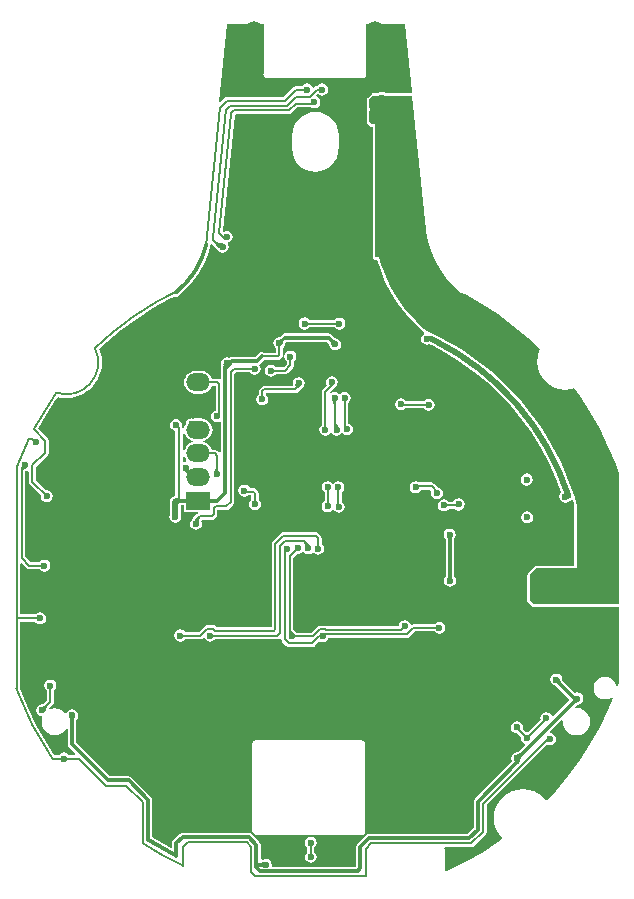
<source format=gbl>
%FSLAX25Y25*%
%MOIN*%
G70*
G01*
G75*
G04 Layer_Physical_Order=5*
G04 Layer_Color=16711680*
%ADD10C,0.00787*%
%ADD11C,0.01181*%
%ADD12C,0.01969*%
%ADD13R,0.01969X0.03937*%
G04:AMPARAMS|DCode=14|XSize=19.69mil|YSize=39.37mil|CornerRadius=0mil|HoleSize=0mil|Usage=FLASHONLY|Rotation=315.000|XOffset=0mil|YOffset=0mil|HoleType=Round|Shape=Rectangle|*
%AMROTATEDRECTD14*
4,1,4,-0.02088,-0.00696,0.00696,0.02088,0.02088,0.00696,-0.00696,-0.02088,-0.02088,-0.00696,0.0*
%
%ADD14ROTATEDRECTD14*%

G04:AMPARAMS|DCode=15|XSize=19.69mil|YSize=39.37mil|CornerRadius=0mil|HoleSize=0mil|Usage=FLASHONLY|Rotation=225.000|XOffset=0mil|YOffset=0mil|HoleType=Round|Shape=Rectangle|*
%AMROTATEDRECTD15*
4,1,4,-0.00696,0.02088,0.02088,-0.00696,0.00696,-0.02088,-0.02088,0.00696,-0.00696,0.02088,0.0*
%
%ADD15ROTATEDRECTD15*%

%ADD16R,0.03937X0.04724*%
G04:AMPARAMS|DCode=17|XSize=23.62mil|YSize=35.43mil|CornerRadius=0mil|HoleSize=0mil|Usage=FLASHONLY|Rotation=45.000|XOffset=0mil|YOffset=0mil|HoleType=Round|Shape=Rectangle|*
%AMROTATEDRECTD17*
4,1,4,0.00418,-0.02088,-0.02088,0.00418,-0.00418,0.02088,0.02088,-0.00418,0.00418,-0.02088,0.0*
%
%ADD17ROTATEDRECTD17*%

G04:AMPARAMS|DCode=18|XSize=23.62mil|YSize=35.43mil|CornerRadius=0mil|HoleSize=0mil|Usage=FLASHONLY|Rotation=315.000|XOffset=0mil|YOffset=0mil|HoleType=Round|Shape=Rectangle|*
%AMROTATEDRECTD18*
4,1,4,-0.02088,-0.00418,0.00418,0.02088,0.02088,0.00418,-0.00418,-0.02088,-0.02088,-0.00418,0.0*
%
%ADD18ROTATEDRECTD18*%

%ADD19R,0.03150X0.05118*%
%ADD20R,0.04724X0.03543*%
%ADD21R,0.01969X0.02362*%
%ADD22R,0.02362X0.01969*%
%ADD23R,0.02362X0.03543*%
%ADD24R,0.03937X0.02756*%
%ADD25R,0.02756X0.04921*%
%ADD26O,0.02362X0.05512*%
%ADD27R,0.02362X0.05512*%
%ADD28O,0.02362X0.07874*%
%ADD29R,0.01575X0.03937*%
%ADD30R,0.03937X0.03543*%
%ADD31R,0.01969X0.01575*%
%ADD32O,0.07480X0.12992*%
%ADD33R,0.02362X0.07874*%
%ADD34R,0.03150X0.07874*%
%ADD35R,0.01575X0.04724*%
%ADD36R,0.03543X0.03937*%
%ADD37R,0.06693X0.03543*%
%ADD38R,0.03543X0.02362*%
%ADD39R,0.04921X0.02756*%
%ADD40O,0.15748X0.11811*%
%ADD41O,0.07874X0.11811*%
%ADD42C,0.07874*%
%ADD43C,0.05906*%
%ADD44C,0.11811*%
%ADD45C,0.03937*%
%ADD46C,0.04724*%
%ADD47R,0.24200X0.17200*%
%ADD48R,0.05300X0.03507*%
%ADD49R,0.15182X0.11426*%
%ADD50R,0.14567X0.16142*%
%ADD51R,0.05512X0.13780*%
%ADD52R,0.08661X0.14173*%
%ADD53R,0.05906X0.13780*%
%ADD54R,0.19291X0.03830*%
%ADD55R,0.06400X0.17200*%
%ADD56R,0.29300X0.12570*%
%ADD57R,0.09645X0.14900*%
%ADD58O,0.05906X0.07874*%
%ADD59C,0.02362*%
%ADD60C,0.09843*%
%ADD61O,0.07874X0.05906*%
%ADD62R,0.07874X0.05906*%
%ADD63R,0.10581X0.53500*%
%ADD64R,0.07500X0.30800*%
G36*
X19300Y160800D02*
X32172D01*
X36867Y115952D01*
X36879Y115914D01*
X36879Y115914D01*
X36901Y115800D01*
X36869Y115757D01*
X36869D01*
X36869Y115757D01*
X36872Y115712D01*
X36872Y115712D01*
X37441Y112361D01*
D01*
Y112361D01*
Y112361D01*
X38382Y109096D01*
X39682Y105956D01*
X41326Y102981D01*
X43293Y100210D01*
X45557Y97676D01*
X48092Y95411D01*
X48131Y95384D01*
X48156Y95415D01*
X48478Y95199D01*
X48649Y95165D01*
X49690Y94658D01*
X55314Y91487D01*
X60736Y87981D01*
X65937Y84154D01*
X70897Y80021D01*
X74904Y76248D01*
X74606Y75690D01*
X74077Y73946D01*
X73898Y72133D01*
X74077Y70319D01*
X74606Y68575D01*
X75465Y66968D01*
X76621Y65559D01*
X78030Y64403D01*
X79637Y63543D01*
X81381Y63014D01*
X83195Y62836D01*
X85009Y63014D01*
X86069Y63336D01*
X87984Y60733D01*
X91490Y55311D01*
X94662Y49687D01*
X97488Y43882D01*
X99959Y37917D01*
X100962Y35010D01*
X100962D01*
X100963Y35010D01*
Y-8437D01*
X100700Y-8700D01*
X72700D01*
X71300Y-7300D01*
X71400Y-7200D01*
Y-7100D01*
Y1200D01*
X73600Y3400D01*
X90500D01*
X91100Y4000D01*
X89800Y15500D01*
X87700Y25000D01*
X82000Y39800D01*
X73400Y54300D01*
X66900Y63000D01*
X62600Y67000D01*
X50300Y77100D01*
X41100Y82000D01*
X35800Y85000D01*
X34100Y87000D01*
X26900Y95926D01*
X23200Y104800D01*
X21600Y111000D01*
X20200Y113500D01*
X20000Y134500D01*
X19777Y134723D01*
Y151300D01*
X18800D01*
X17800Y152300D01*
Y155713D01*
X18181Y156036D01*
X19000Y155900D01*
X17900Y157000D01*
Y158900D01*
Y159600D01*
X19200Y160900D01*
X19300Y160800D01*
D02*
G37*
G36*
X32049Y161974D02*
X31714Y161603D01*
X24621D01*
X24600Y161607D01*
X24579Y161603D01*
X23294D01*
X22768Y161954D01*
X22000Y162107D01*
X21232Y161954D01*
X20706Y161603D01*
X19565D01*
X19507Y161642D01*
X19200Y161703D01*
X18893Y161642D01*
X18632Y161468D01*
X18632Y161468D01*
X17332Y160168D01*
X17158Y159907D01*
X17097Y159600D01*
Y158900D01*
Y157000D01*
X17158Y156693D01*
X17160Y156690D01*
X17146Y156668D01*
X16993Y155900D01*
X17010Y155815D01*
X17000Y155779D01*
X17004Y155746D01*
X16997Y155713D01*
Y152300D01*
X17058Y151993D01*
X17232Y151732D01*
X17232Y151732D01*
X18232Y150732D01*
X18493Y150558D01*
X18800Y150497D01*
X18974D01*
Y134723D01*
X18974Y134723D01*
X19035Y134419D01*
Y114906D01*
X18969Y114407D01*
X19035Y113908D01*
Y113811D01*
X19097Y113337D01*
Y107000D01*
X19158Y106693D01*
X19332Y106432D01*
X19593Y106258D01*
X19900Y106197D01*
X20487D01*
X21623Y102594D01*
X23235Y98703D01*
X25180Y94968D01*
X27442Y91416D01*
X30006Y88075D01*
X32851Y84970D01*
X35715Y82345D01*
X35732Y82365D01*
X36169Y82030D01*
X36152Y81530D01*
X35687Y81219D01*
X35252Y80568D01*
X35099Y79800D01*
X35252Y79032D01*
X35687Y78381D01*
X36338Y77946D01*
X37106Y77793D01*
X37874Y77946D01*
X38022Y78045D01*
X38411Y77869D01*
X38613Y77760D01*
X38638Y77744D01*
X38742Y77674D01*
X38793Y77664D01*
X43420Y75191D01*
X48244Y72191D01*
X52862Y68882D01*
X57253Y65279D01*
X61399Y61396D01*
X65282Y57249D01*
X68886Y52858D01*
X72194Y48241D01*
X75194Y43417D01*
X77872Y38407D01*
X80216Y33233D01*
X81918Y28711D01*
X81781Y28619D01*
X81346Y27968D01*
X81193Y27200D01*
X81346Y26432D01*
X81781Y25781D01*
X82432Y25346D01*
X83200Y25193D01*
X83968Y25346D01*
X84619Y25781D01*
X84639Y25810D01*
X84908Y25864D01*
X85405Y26196D01*
X85876Y26028D01*
X86197Y24969D01*
Y4203D01*
X73600D01*
X73600Y4203D01*
X73293Y4142D01*
X73032Y3968D01*
X70832Y1768D01*
X70658Y1507D01*
X70597Y1200D01*
Y-6935D01*
X70558Y-6993D01*
X70497Y-7300D01*
X70558Y-7607D01*
X70732Y-7868D01*
X72132Y-9268D01*
X72393Y-9442D01*
X72700Y-9503D01*
X100700D01*
X100963Y-9719D01*
Y-35004D01*
X100952Y-35012D01*
X100952D01*
X100638Y-35924D01*
X100140Y-35874D01*
X100103Y-35594D01*
X99726Y-34684D01*
X99127Y-33903D01*
X98346Y-33303D01*
X97436Y-32926D01*
X96459Y-32798D01*
X95483Y-32926D01*
X94573Y-33303D01*
X93792Y-33903D01*
X93192Y-34684D01*
X92816Y-35594D01*
X92687Y-36570D01*
X92816Y-37547D01*
X93192Y-38456D01*
X93792Y-39238D01*
X94573Y-39837D01*
X95483Y-40214D01*
X96459Y-40343D01*
X97436Y-40214D01*
X98346Y-39837D01*
X98762Y-39518D01*
X99159Y-39822D01*
X97488Y-43855D01*
X94662Y-49660D01*
X91490Y-55284D01*
X87984Y-60706D01*
X84158Y-65907D01*
X80024Y-70867D01*
X77126Y-73945D01*
X76627Y-73928D01*
X75968Y-73126D01*
X74500Y-71921D01*
X72824Y-71025D01*
X71006Y-70473D01*
X69115Y-70287D01*
X67224Y-70473D01*
X65406Y-71025D01*
X63730Y-71921D01*
X62261Y-73126D01*
X61056Y-74595D01*
X60160Y-76270D01*
X59609Y-78088D01*
X59423Y-79979D01*
X59609Y-81870D01*
X60160Y-83688D01*
X61056Y-85364D01*
X62030Y-86551D01*
X61968Y-87048D01*
X60736Y-87954D01*
X55314Y-91460D01*
X49690Y-94632D01*
X43885Y-97458D01*
X43537Y-97602D01*
X43121Y-97325D01*
Y-90911D01*
X43014Y-90373D01*
X42795Y-90045D01*
X43031Y-89604D01*
X51900D01*
X51900Y-89604D01*
X52361Y-89513D01*
X52751Y-89252D01*
X56652Y-85352D01*
X56652Y-85352D01*
X56913Y-84961D01*
X57004Y-84500D01*
Y-75699D01*
X77282Y-55421D01*
X77332Y-55454D01*
X78100Y-55607D01*
X78868Y-55454D01*
X79519Y-55019D01*
X79954Y-54368D01*
X80107Y-53600D01*
X79954Y-52832D01*
X79519Y-52181D01*
X78868Y-51746D01*
X78281Y-51629D01*
X78136Y-51151D01*
X81932Y-47355D01*
X82381Y-47576D01*
X82348Y-47822D01*
X82504Y-49004D01*
X82960Y-50106D01*
X83686Y-51051D01*
X84632Y-51777D01*
X85733Y-52233D01*
X86915Y-52389D01*
X88097Y-52233D01*
X89198Y-51777D01*
X90144Y-51051D01*
X90870Y-50106D01*
X91326Y-49004D01*
X91482Y-47822D01*
X91326Y-46640D01*
X90870Y-45539D01*
X90144Y-44593D01*
X89198Y-43867D01*
X88097Y-43411D01*
X86915Y-43256D01*
X86668Y-43288D01*
X86447Y-42840D01*
X87168Y-42119D01*
X87200Y-42119D01*
D01*
D01*
X87202Y-42118D01*
X87202D01*
X87216Y-42104D01*
X87968Y-41954D01*
X88619Y-41519D01*
X89054Y-40868D01*
X89207Y-40100D01*
X89054Y-39332D01*
X88619Y-38681D01*
X87968Y-38246D01*
X87200Y-38093D01*
X86599Y-38212D01*
X82219Y-33832D01*
X82219Y-33800D01*
X82219Y-33800D01*
X82218Y-33798D01*
X82218D01*
D01*
X82218D01*
Y-33798D01*
X82204Y-33784D01*
X82054Y-33032D01*
X81619Y-32381D01*
X80968Y-31946D01*
X80200Y-31793D01*
X79432Y-31946D01*
X78781Y-32381D01*
X78346Y-33032D01*
X78193Y-33800D01*
X78346Y-34568D01*
X78781Y-35219D01*
X79432Y-35654D01*
X80184Y-35804D01*
X80198Y-35818D01*
D01*
D01*
X80200Y-35819D01*
X80200Y-35819D01*
X80232Y-35819D01*
X84613Y-40200D01*
Y-40700D01*
X79233Y-46080D01*
X78755Y-45935D01*
X78754Y-45932D01*
X78319Y-45281D01*
X77668Y-44846D01*
X76900Y-44693D01*
X76132Y-44846D01*
X75481Y-45281D01*
X75046Y-45932D01*
X74893Y-46700D01*
X74957Y-47021D01*
X70644Y-51334D01*
X70390Y-51283D01*
X70137Y-51334D01*
X69007Y-50204D01*
X69107Y-49700D01*
X68954Y-48932D01*
X68519Y-48281D01*
X67868Y-47846D01*
X67100Y-47693D01*
X66332Y-47846D01*
X65681Y-48281D01*
X65246Y-48932D01*
X65093Y-49700D01*
X65246Y-50468D01*
X65681Y-51119D01*
X66332Y-51554D01*
X67100Y-51707D01*
X67103Y-51706D01*
X68434Y-53037D01*
X68383Y-53290D01*
X68536Y-54059D01*
X68971Y-54710D01*
X69622Y-55145D01*
D01*
D01*
X69671Y-55642D01*
X67388Y-57925D01*
X67383D01*
X67383Y-57925D01*
X67383Y-57925D01*
X67213Y-57996D01*
X67200Y-57993D01*
X66432Y-58146D01*
X65781Y-58581D01*
X65346Y-59232D01*
X65193Y-60000D01*
X65346Y-60768D01*
X65504Y-61004D01*
X53035Y-73473D01*
X52730Y-73928D01*
X52623Y-74466D01*
Y-83184D01*
X50584Y-85223D01*
X17766D01*
X17229Y-85330D01*
X16773Y-85635D01*
X13935Y-88473D01*
X13630Y-88929D01*
X13523Y-89466D01*
Y-96118D01*
X13418Y-96223D01*
X-14349D01*
X-14667Y-95837D01*
X-14593Y-95467D01*
X-14746Y-94699D01*
X-15181Y-94048D01*
X-15832Y-93612D01*
X-16600Y-93460D01*
X-17368Y-93612D01*
X-17694Y-93830D01*
X-18172Y-93685D01*
X-18323Y-93322D01*
Y-88766D01*
X-18430Y-88228D01*
X-18735Y-87773D01*
X-21273Y-85235D01*
X-21729Y-84930D01*
X-22266Y-84823D01*
X-44328D01*
X-44866Y-84930D01*
X-45322Y-85235D01*
X-47451Y-87364D01*
X-47755Y-87820D01*
X-47862Y-88357D01*
Y-89724D01*
X-48294Y-89976D01*
X-52836Y-87415D01*
X-54523Y-86324D01*
Y-73866D01*
X-54630Y-73329D01*
X-54935Y-72873D01*
X-61373Y-66435D01*
X-61829Y-66130D01*
X-62366Y-66023D01*
X-68584D01*
X-79795Y-54813D01*
Y-47146D01*
X-79773Y-47123D01*
D01*
X-79772Y-47121D01*
X-79772Y-47121D01*
X-79772Y-47102D01*
X-79346Y-46464D01*
X-79193Y-45696D01*
X-79346Y-44928D01*
X-79781Y-44276D01*
X-80432Y-43841D01*
X-81200Y-43689D01*
X-81968Y-43841D01*
X-82619Y-44276D01*
X-83038Y-44904D01*
X-83538Y-44920D01*
X-83739Y-44658D01*
X-84666Y-43947D01*
X-85746Y-43499D01*
X-86904Y-43347D01*
X-88062Y-43499D01*
X-88537Y-43696D01*
X-88854Y-43310D01*
X-88760Y-43169D01*
X-88763Y-43166D01*
X-88763Y-43166D01*
X-87549Y-41952D01*
X-87549Y-41952D01*
X-87287Y-41561D01*
X-87196Y-41100D01*
X-87196Y-41100D01*
Y-37363D01*
X-86981Y-37219D01*
X-86546Y-36568D01*
X-86393Y-35800D01*
X-86546Y-35032D01*
X-86981Y-34381D01*
X-87632Y-33946D01*
X-88400Y-33793D01*
X-89168Y-33946D01*
X-89819Y-34381D01*
X-90254Y-35032D01*
X-90407Y-35800D01*
X-90254Y-36568D01*
X-89819Y-37219D01*
X-89604Y-37363D01*
Y-40601D01*
X-90466Y-41463D01*
X-90471Y-41458D01*
X-90507Y-41504D01*
X-90949Y-41946D01*
X-90957Y-41938D01*
X-91093Y-41994D01*
X-91100Y-41993D01*
X-91868Y-42146D01*
X-92519Y-42581D01*
X-92954Y-43232D01*
X-93107Y-44000D01*
X-92954Y-44768D01*
X-92519Y-45419D01*
X-91868Y-45854D01*
X-91352Y-45957D01*
X-91116Y-46398D01*
X-91227Y-46664D01*
X-91379Y-47822D01*
X-91227Y-48981D01*
X-90780Y-50060D01*
X-90068Y-50987D01*
X-89142Y-51698D01*
X-88062Y-52145D01*
X-86904Y-52298D01*
X-85746Y-52145D01*
X-84666Y-51698D01*
X-83739Y-50987D01*
X-83078Y-50125D01*
X-82605Y-50286D01*
Y-55395D01*
X-82605Y-55395D01*
X-82605D01*
X-82498Y-55932D01*
X-82193Y-56388D01*
X-80148Y-58434D01*
X-80339Y-58896D01*
X-82337D01*
X-82481Y-58681D01*
X-83132Y-58246D01*
X-83900Y-58093D01*
X-84668Y-58246D01*
X-85319Y-58681D01*
X-85463Y-58896D01*
X-87141D01*
X-89940Y-54567D01*
X-93059Y-49036D01*
X-95839Y-43328D01*
X-98269Y-37461D01*
X-98397Y-37089D01*
Y-14504D01*
X-93530D01*
X-93319Y-14819D01*
X-92668Y-15254D01*
X-91900Y-15407D01*
X-91132Y-15254D01*
X-90481Y-14819D01*
X-90046Y-14168D01*
X-89893Y-13400D01*
X-90046Y-12632D01*
X-90481Y-11981D01*
X-91132Y-11546D01*
X-91900Y-11393D01*
X-92668Y-11546D01*
X-93319Y-11981D01*
X-93396Y-12096D01*
X-98397D01*
Y4741D01*
X-97935Y4932D01*
X-96351Y3348D01*
X-96351Y3348D01*
X-96117Y3192D01*
X-95961Y3087D01*
X-95500Y2996D01*
X-91963D01*
X-91819Y2781D01*
X-91168Y2346D01*
X-90400Y2193D01*
X-89632Y2346D01*
X-88981Y2781D01*
X-88546Y3432D01*
X-88393Y4200D01*
X-88546Y4968D01*
X-88981Y5619D01*
X-89632Y6054D01*
X-90400Y6207D01*
X-91168Y6054D01*
X-91819Y5619D01*
X-91963Y5404D01*
X-95001D01*
X-96823Y7226D01*
Y35573D01*
X-96808Y35579D01*
X-96808Y35579D01*
X-96032Y35746D01*
X-96032Y35746D01*
X-95604Y35517D01*
Y32100D01*
X-95604Y32100D01*
X-95513Y31639D01*
X-95252Y31249D01*
X-91557Y27554D01*
X-91607Y27300D01*
X-91454Y26532D01*
X-91019Y25881D01*
X-90368Y25446D01*
X-89600Y25293D01*
X-88832Y25446D01*
X-88181Y25881D01*
X-87746Y26532D01*
X-87593Y27300D01*
X-87746Y28068D01*
X-88181Y28719D01*
X-88832Y29154D01*
X-89600Y29307D01*
X-89854Y29257D01*
X-93196Y32599D01*
Y37201D01*
X-89349Y41048D01*
X-89349Y41048D01*
X-89087Y41439D01*
X-89087Y41439D01*
X-89087Y41439D01*
X-88996Y41900D01*
X-88996Y41900D01*
Y45892D01*
X-88996Y45892D01*
X-89087Y46353D01*
X-89349Y46744D01*
X-92485Y49880D01*
X-89940Y54394D01*
X-86492Y59726D01*
X-85943Y60472D01*
X-84937Y60231D01*
X-83084Y60085D01*
X-81231Y60231D01*
X-79423Y60665D01*
X-77705Y61376D01*
X-76120Y62348D01*
X-74707Y63555D01*
X-73499Y64969D01*
X-72528Y66554D01*
X-71816Y68271D01*
X-71382Y70079D01*
X-71236Y71933D01*
X-71382Y73786D01*
X-71816Y75594D01*
X-72143Y76383D01*
X-69688Y78694D01*
X-64811Y82759D01*
X-59696Y86522D01*
X-54364Y89970D01*
X-48833Y93089D01*
X-47235Y93867D01*
X-47218Y93856D01*
X-46680Y93749D01*
X-46143Y93856D01*
X-45820Y94071D01*
X-45794Y94039D01*
X-45755Y94067D01*
X-43200Y96351D01*
X-40916Y98906D01*
X-38933Y101701D01*
X-37275Y104701D01*
X-35964Y107867D01*
X-35275Y110258D01*
X-35269Y110266D01*
X-35263Y110301D01*
X-35216Y110462D01*
X-35098Y110871D01*
X-35129Y110878D01*
X-35075Y111149D01*
X-34623Y111286D01*
X-34595Y111292D01*
X-33736Y110433D01*
Y110419D01*
Y110419D01*
X-33676Y110373D01*
X-32952Y109649D01*
X-32952Y109649D01*
X-32675Y109464D01*
X-32419Y109081D01*
X-31768Y108646D01*
X-31000Y108493D01*
X-30232Y108646D01*
X-29581Y109081D01*
X-29146Y109732D01*
X-28993Y110500D01*
X-29146Y111268D01*
X-29265Y111447D01*
X-29074Y111909D01*
X-28832Y111957D01*
X-28181Y112392D01*
X-27746Y113043D01*
X-27593Y113811D01*
X-27746Y114579D01*
X-28181Y115230D01*
X-28832Y115665D01*
X-29600Y115818D01*
X-30368Y115665D01*
X-30551Y115543D01*
X-30979Y115801D01*
X-26926Y154520D01*
X-26694Y154752D01*
X-8949D01*
X-8949Y154752D01*
X-8489Y154843D01*
X-8098Y155104D01*
X-6206Y156996D01*
X-1542D01*
X-1168Y156746D01*
X-400Y156593D01*
X368Y156746D01*
X1019Y157181D01*
X1454Y157832D01*
X1607Y158600D01*
X1454Y159368D01*
X1019Y160019D01*
X368Y160454D01*
X329Y160462D01*
X184Y160941D01*
X707Y161463D01*
X1332Y161046D01*
X2100Y160893D01*
X2868Y161046D01*
X3519Y161481D01*
X3954Y162132D01*
X4107Y162900D01*
X3954Y163668D01*
X3519Y164319D01*
X2868Y164754D01*
X2100Y164907D01*
X1332Y164754D01*
X681Y164319D01*
X537Y164104D01*
X441D01*
X441Y164104D01*
X-20Y164013D01*
X-411Y163751D01*
X-411Y163751D01*
X-623Y163540D01*
X-1046Y163668D01*
X-1481Y164319D01*
X-2132Y164754D01*
X-2900Y164907D01*
X-3668Y164754D01*
X-4319Y164319D01*
X-4463Y164104D01*
X-6459D01*
X-6459Y164104D01*
X-6920Y164013D01*
X-7311Y163751D01*
X-10753Y160310D01*
X-29556D01*
X-29571Y160307D01*
X-29677Y160328D01*
X-30138Y160236D01*
X-30528Y159975D01*
X-31894Y158609D01*
X-32346Y158824D01*
X-29623Y184829D01*
X-17242D01*
Y168674D01*
X-17336Y168534D01*
X-17443Y167996D01*
X-17336Y167458D01*
X-17031Y167003D01*
X-16576Y166698D01*
X-16038Y166591D01*
X15458D01*
X15996Y166698D01*
X16452Y167003D01*
X16756Y167458D01*
X16863Y167996D01*
X16756Y168534D01*
X16662Y168674D01*
Y184829D01*
X29657D01*
X32049Y161974D01*
D02*
G37*
%LPC*%
G36*
X-23800Y31182D02*
X-24568Y31029D01*
X-25219Y30594D01*
X-25654Y29943D01*
X-25807Y29175D01*
X-25654Y28407D01*
X-25219Y27756D01*
X-24568Y27321D01*
X-23800Y27168D01*
X-23032Y27321D01*
X-22508Y27671D01*
X-21404D01*
Y26238D01*
X-21619Y26094D01*
X-22054Y25443D01*
X-22207Y24675D01*
X-22054Y23907D01*
X-21619Y23256D01*
X-20968Y22820D01*
X-20200Y22668D01*
X-19432Y22820D01*
X-18781Y23256D01*
X-18346Y23907D01*
X-18193Y24675D01*
X-18346Y25443D01*
X-18781Y26094D01*
X-18996Y26238D01*
Y28275D01*
X-18996Y28275D01*
X-19087Y28736D01*
X-19349Y29126D01*
X-19349Y29126D01*
X-19949Y29726D01*
X-20339Y29987D01*
X-20800Y30079D01*
X-20800Y30079D01*
X-22037D01*
X-22381Y30594D01*
X-23032Y31029D01*
X-23800Y31182D01*
D02*
G37*
G36*
X4000Y32382D02*
X3232Y32229D01*
X2581Y31794D01*
X2146Y31143D01*
X1993Y30375D01*
X2146Y29607D01*
X2581Y28956D01*
X3021Y28662D01*
Y25631D01*
X2581Y25337D01*
X2146Y24686D01*
X1993Y23918D01*
X2146Y23150D01*
X2581Y22499D01*
X3232Y22064D01*
X4000Y21911D01*
X4768Y22064D01*
X5419Y22499D01*
X5590Y22755D01*
X6090D01*
X6336Y22388D01*
X6987Y21952D01*
X7755Y21800D01*
X8523Y21952D01*
X9174Y22388D01*
X9609Y23039D01*
X9762Y23807D01*
X9609Y24575D01*
X9174Y25226D01*
X8783Y25487D01*
Y28712D01*
X8998Y28856D01*
X9433Y29507D01*
X9586Y30275D01*
X9433Y31043D01*
X8998Y31694D01*
X8347Y32129D01*
X7579Y32282D01*
X6811Y32129D01*
X6160Y31694D01*
X6073Y31564D01*
X5573D01*
X5419Y31794D01*
X4768Y32229D01*
X4000Y32382D01*
D02*
G37*
G36*
X33366Y32327D02*
X32598Y32175D01*
X31947Y31740D01*
X31512Y31089D01*
X31359Y30321D01*
X31512Y29552D01*
X31947Y28901D01*
X32598Y28466D01*
X33366Y28313D01*
X34134Y28466D01*
X34785Y28901D01*
X35192Y29510D01*
X38162D01*
X38591Y29081D01*
X38446Y28352D01*
X38598Y27584D01*
X39034Y26933D01*
X39685Y26498D01*
X40453Y26345D01*
X41221Y26498D01*
X41872Y26933D01*
X42307Y27584D01*
X42460Y28352D01*
X42307Y29120D01*
X41872Y29771D01*
X41221Y30206D01*
X40785Y30293D01*
X39512Y31566D01*
X39121Y31827D01*
X38661Y31918D01*
X38661Y31918D01*
X34518D01*
X34134Y32175D01*
X33366Y32327D01*
D02*
G37*
G36*
X47700Y26582D02*
X46932Y26429D01*
X46281Y25994D01*
X45937Y25479D01*
X44284D01*
X44140Y25694D01*
X43489Y26129D01*
X42721Y26282D01*
X41953Y26129D01*
X41302Y25694D01*
X40867Y25043D01*
X40714Y24275D01*
X40867Y23507D01*
X41302Y22856D01*
X41953Y22421D01*
X42721Y22268D01*
X43489Y22421D01*
X44140Y22856D01*
X44284Y23071D01*
X46408D01*
X46932Y22720D01*
X47700Y22568D01*
X48468Y22720D01*
X49119Y23156D01*
X49554Y23807D01*
X49707Y24575D01*
X49554Y25343D01*
X49119Y25994D01*
X48468Y26429D01*
X47700Y26582D01*
D02*
G37*
G36*
X44700Y16507D02*
X43932Y16354D01*
X43281Y15919D01*
X42846Y15268D01*
X42693Y14500D01*
X42846Y13732D01*
X43272Y13094D01*
X43272Y13074D01*
D01*
D01*
Y13074D01*
D01*
D01*
X43273Y13073D01*
Y13073D01*
X43273Y13073D01*
D01*
D01*
X43295Y13050D01*
Y491D01*
X42946Y-32D01*
X42793Y-800D01*
X42946Y-1568D01*
X43381Y-2219D01*
X44032Y-2654D01*
X44800Y-2807D01*
X45568Y-2654D01*
X46219Y-2219D01*
X46654Y-1568D01*
X46807Y-800D01*
X46654Y-32D01*
X46219Y619D01*
X46105Y696D01*
Y13050D01*
X46127Y13073D01*
D01*
X46128Y13074D01*
X46128Y13074D01*
X46128Y13094D01*
X46554Y13732D01*
X46707Y14500D01*
X46554Y15268D01*
X46119Y15919D01*
X45468Y16354D01*
X44700Y16507D01*
D02*
G37*
G36*
X15500Y-54069D02*
X-19933D01*
X-20086Y-54099D01*
X-20100Y-54097D01*
X-20484Y-54173D01*
X-20810Y-54390D01*
X-21027Y-54716D01*
X-21103Y-55100D01*
Y-84147D01*
X-21027Y-84531D01*
X-20810Y-84857D01*
X-20484Y-85074D01*
X-20294Y-85112D01*
X-20162Y-85310D01*
X-19837Y-85527D01*
X-19453Y-85603D01*
X-1690D01*
X-1641Y-86101D01*
X-1641Y-86101D01*
X-1641D01*
X-2368Y-86246D01*
X-3019Y-86681D01*
X-3454Y-87332D01*
X-3607Y-88100D01*
X-3454Y-88868D01*
X-3019Y-89519D01*
X-2804Y-89663D01*
Y-91337D01*
X-3019Y-91481D01*
X-3454Y-92132D01*
X-3607Y-92900D01*
X-3454Y-93668D01*
X-3019Y-94319D01*
X-2368Y-94754D01*
X-1600Y-94907D01*
X-832Y-94754D01*
X-181Y-94319D01*
X254Y-93668D01*
X407Y-92900D01*
X254Y-92132D01*
X-181Y-91481D01*
X-396Y-91337D01*
Y-89663D01*
X-181Y-89519D01*
X254Y-88868D01*
X407Y-88100D01*
X254Y-87332D01*
X-181Y-86681D01*
X-832Y-86246D01*
X-1559Y-86101D01*
X-1511Y-85618D01*
X-1510Y-85603D01*
X15500D01*
X15884Y-85527D01*
X16210Y-85310D01*
X16427Y-84984D01*
X16503Y-84600D01*
X16504Y-84600D01*
X16503Y-84600D01*
Y-84600D01*
Y-55072D01*
X16427Y-54688D01*
X16210Y-54363D01*
X15884Y-54145D01*
X15500Y-54069D01*
D02*
G37*
G36*
X70476Y22308D02*
X69708Y22155D01*
X69056Y21720D01*
X68621Y21069D01*
X68468Y20301D01*
X68621Y19533D01*
X69056Y18881D01*
X69708Y18446D01*
X70476Y18294D01*
X71244Y18446D01*
X71895Y18881D01*
X72330Y19533D01*
X72483Y20301D01*
X72330Y21069D01*
X71895Y21720D01*
X71244Y22155D01*
X70476Y22308D01*
D02*
G37*
G36*
X-37Y15341D02*
X-37Y15341D01*
X-10731D01*
X-10731Y15341D01*
X-11192Y15250D01*
X-11582Y14988D01*
X-11582Y14988D01*
X-14263Y12308D01*
X-14524Y11917D01*
X-14616Y11456D01*
X-14616Y11456D01*
Y-16421D01*
X-32931D01*
X-33365Y-15986D01*
X-33756Y-15725D01*
X-34217Y-15633D01*
X-34217Y-15634D01*
X-36174D01*
X-36635Y-15725D01*
X-36791Y-15830D01*
X-37025Y-15986D01*
X-37025Y-15986D01*
X-38935Y-17896D01*
X-43537D01*
X-43681Y-17681D01*
X-44332Y-17246D01*
X-45100Y-17093D01*
X-45868Y-17246D01*
X-46519Y-17681D01*
X-46954Y-18332D01*
X-47107Y-19100D01*
X-46954Y-19868D01*
X-46519Y-20519D01*
X-45868Y-20954D01*
X-45100Y-21107D01*
X-44332Y-20954D01*
X-43681Y-20519D01*
X-43537Y-20304D01*
X-38436D01*
X-38436Y-20304D01*
X-37975Y-20213D01*
X-37584Y-19951D01*
X-37473Y-19840D01*
X-37050Y-19968D01*
X-36615Y-20619D01*
X-35963Y-21054D01*
X-35195Y-21207D01*
X-34427Y-21054D01*
X-33776Y-20619D01*
X-33632Y-20404D01*
X-12737D01*
X-12737Y-20404D01*
X-12276Y-20313D01*
X-11907Y-20066D01*
X-11466Y-20302D01*
Y-20378D01*
X-11467Y-20379D01*
X-11375Y-20839D01*
X-11114Y-21230D01*
X-9730Y-22614D01*
X-9730Y-22614D01*
X-9339Y-22875D01*
X-8878Y-22966D01*
X-8878Y-22966D01*
X-1176D01*
X-1176Y-22966D01*
X-715Y-22875D01*
X-324Y-22614D01*
X1234Y-21055D01*
X1532Y-21254D01*
X2300Y-21407D01*
X3068Y-21254D01*
X3719Y-20819D01*
X4154Y-20168D01*
X4196Y-19959D01*
X30286D01*
X30286Y-19959D01*
X30747Y-19867D01*
X31138Y-19606D01*
X32981Y-17763D01*
X39679D01*
X39823Y-17977D01*
X40474Y-18413D01*
X41242Y-18565D01*
X42010Y-18413D01*
X42661Y-17977D01*
X43096Y-17326D01*
X43249Y-16558D01*
X43096Y-15790D01*
X42661Y-15139D01*
X42010Y-14704D01*
X41242Y-14551D01*
X40474Y-14704D01*
X39823Y-15139D01*
X39679Y-15354D01*
X32482D01*
X32482Y-15354D01*
X32021Y-15446D01*
X32021Y-15446D01*
X31559Y-15255D01*
X31554Y-15232D01*
X31119Y-14581D01*
X30468Y-14146D01*
X29700Y-13993D01*
X28932Y-14146D01*
X28281Y-14581D01*
X27846Y-15232D01*
X27698Y-15975D01*
X3814D01*
X3739Y-15925D01*
X3278Y-15834D01*
X3278Y-15834D01*
X1322D01*
X1322Y-15834D01*
X861Y-15925D01*
X470Y-16186D01*
X470Y-16186D01*
X-1539Y-18196D01*
X-6337D01*
X-6481Y-17981D01*
X-6855Y-17731D01*
X-7049Y-17441D01*
X-7049Y-17441D01*
X-7069Y-17421D01*
X-7120Y-17345D01*
X-7120Y-17345D01*
X-7132Y-17357D01*
X-7421Y-17069D01*
Y6832D01*
X-6010Y8243D01*
X-5756Y8193D01*
X-4988Y8346D01*
X-4365Y8762D01*
X-3875Y8664D01*
X-3819Y8581D01*
X-3168Y8146D01*
X-2400Y7993D01*
X-1632Y8146D01*
X-981Y8581D01*
X-686D01*
X-619Y8481D01*
X32Y8046D01*
X800Y7893D01*
X1568Y8046D01*
X2219Y8481D01*
X2654Y9132D01*
X2807Y9900D01*
X2654Y10668D01*
X2219Y11319D01*
X2004Y11463D01*
Y13300D01*
X2004Y13300D01*
X1913Y13761D01*
X1651Y14152D01*
X1651Y14152D01*
X814Y14988D01*
X424Y15250D01*
X-37Y15341D01*
D02*
G37*
G36*
X4300Y81580D02*
X-10271D01*
X-10808Y81473D01*
X-11264Y81168D01*
X-11569Y80712D01*
X-11599Y80561D01*
X-11611Y80557D01*
Y80557D01*
X-11611Y80557D01*
X-11832Y80409D01*
X-12089Y80358D01*
X-12094Y80359D01*
X-12862Y80206D01*
X-13513Y79771D01*
X-13948Y79120D01*
X-14101Y78352D01*
X-13948Y77584D01*
X-13513Y76933D01*
X-13298Y76789D01*
Y75204D01*
X-17322D01*
X-17462Y75298D01*
X-18000Y75405D01*
X-18538Y75298D01*
X-18993Y74993D01*
X-20248Y73739D01*
X-27866D01*
X-28404Y73632D01*
X-28543Y73539D01*
X-28743Y73405D01*
X-28752Y73409D01*
X-28778Y73398D01*
X-28848Y73445D01*
X-29616Y73598D01*
X-30384Y73445D01*
X-31035Y73010D01*
X-31470Y72359D01*
X-31623Y71591D01*
X-31470Y70823D01*
X-31408Y70729D01*
X-31416Y70710D01*
X-31547Y70514D01*
X-31598Y70438D01*
X-31705Y69900D01*
Y66506D01*
X-32146Y66270D01*
X-32299Y66372D01*
X-32760Y66464D01*
X-32760Y66464D01*
X-34566D01*
X-34849Y67146D01*
X-35448Y67927D01*
X-36230Y68527D01*
X-37139Y68904D01*
X-38116Y69032D01*
X-40084D01*
X-41061Y68904D01*
X-41971Y68527D01*
X-42752Y67927D01*
X-43351Y67146D01*
X-43728Y66236D01*
X-43857Y65260D01*
X-43728Y64284D01*
X-43351Y63374D01*
X-42752Y62592D01*
X-41971Y61993D01*
X-41061Y61616D01*
X-40084Y61487D01*
X-38116D01*
X-37139Y61616D01*
X-36230Y61993D01*
X-35448Y62592D01*
X-34849Y63374D01*
X-34566Y64056D01*
X-33304D01*
Y55927D01*
X-33668Y55854D01*
X-34319Y55419D01*
X-34754Y54768D01*
X-34907Y54000D01*
X-34754Y53232D01*
X-34319Y52581D01*
X-33668Y52146D01*
X-32900Y51993D01*
X-32132Y52146D01*
X-31705Y51917D01*
Y42267D01*
X-31830Y42080D01*
X-32327Y42030D01*
X-32320Y42023D01*
X-32786Y42489D01*
X-33177Y42750D01*
X-33638Y42842D01*
X-33638Y42842D01*
X-34566D01*
X-34849Y43524D01*
X-35448Y44305D01*
X-36230Y44905D01*
X-37139Y45282D01*
X-37467Y45325D01*
Y45825D01*
X-37139Y45868D01*
X-36230Y46245D01*
X-35448Y46844D01*
X-34849Y47626D01*
X-34472Y48535D01*
X-34343Y49512D01*
X-34472Y50488D01*
X-34849Y51398D01*
X-35448Y52179D01*
X-36230Y52779D01*
X-37139Y53156D01*
X-38116Y53284D01*
X-40084D01*
X-40823Y53187D01*
X-41300Y53282D01*
X-42068Y53129D01*
X-42719Y52694D01*
X-43154Y52043D01*
X-43259Y51519D01*
X-43351Y51398D01*
X-43728Y50488D01*
X-43857Y49512D01*
X-43728Y48535D01*
X-43351Y47626D01*
X-42752Y46844D01*
X-41971Y46245D01*
X-41061Y45868D01*
X-40733Y45825D01*
Y45325D01*
X-41061Y45282D01*
X-41971Y44905D01*
X-42752Y44305D01*
X-43351Y43524D01*
X-43728Y42614D01*
X-43857Y41638D01*
X-43728Y40661D01*
X-43351Y39752D01*
X-43094Y39416D01*
X-43183Y38968D01*
X-43217Y38879D01*
X-43968Y38729D01*
X-44358Y38938D01*
Y50102D01*
X-44450Y50562D01*
X-44612Y50805D01*
X-44553Y51099D01*
X-44706Y51867D01*
X-45141Y52519D01*
X-45792Y52954D01*
X-46560Y53106D01*
X-47328Y52954D01*
X-47979Y52519D01*
X-48414Y51867D01*
X-48567Y51099D01*
X-48414Y50331D01*
X-47979Y49680D01*
X-47328Y49245D01*
X-46766Y49133D01*
Y27586D01*
X-46902Y27559D01*
X-47488Y27167D01*
X-48068Y26586D01*
X-48460Y26000D01*
X-48597Y25309D01*
Y21288D01*
X-48645Y21216D01*
X-48798Y20448D01*
X-48645Y19680D01*
X-48210Y19029D01*
X-47559Y18594D01*
X-46791Y18441D01*
X-46023Y18594D01*
X-45372Y19029D01*
X-44937Y19680D01*
X-44784Y20448D01*
X-44937Y21216D01*
X-44985Y21288D01*
Y24371D01*
X-43824D01*
Y22150D01*
X-39368D01*
X-39223Y21671D01*
X-39551Y21452D01*
X-39555Y21455D01*
X-39555Y21455D01*
D01*
X-39578Y21425D01*
X-40405Y20598D01*
X-40405Y20598D01*
X-40405Y20598D01*
X-40407Y20596D01*
X-40751Y20252D01*
X-41013Y19861D01*
X-41037Y19736D01*
X-41054Y19697D01*
X-41319Y19519D01*
X-41754Y18868D01*
X-41907Y18100D01*
X-41754Y17332D01*
X-41319Y16681D01*
X-40668Y16246D01*
X-39900Y16093D01*
X-39132Y16246D01*
X-38481Y16681D01*
X-38046Y17332D01*
X-37893Y18100D01*
X-38037Y18824D01*
X-38031Y18826D01*
X-38067Y19009D01*
X-37750Y19396D01*
X-34695D01*
X-34695Y19396D01*
X-34234Y19487D01*
X-33843Y19748D01*
X-33130Y20461D01*
X-32869Y20852D01*
X-32778Y21313D01*
X-32778Y21313D01*
Y22808D01*
X-29722D01*
X-29722Y22808D01*
X-29261Y22900D01*
X-28870Y23161D01*
X-27486Y24545D01*
X-27486Y24545D01*
X-27225Y24936D01*
X-27225Y24936D01*
X-27225Y24936D01*
X-27134Y25396D01*
X-27134Y25396D01*
Y68138D01*
X-26701Y68571D01*
X-21863D01*
X-21719Y68356D01*
X-21068Y67921D01*
X-20300Y67768D01*
X-19532Y67921D01*
X-18881Y68356D01*
X-18446Y69007D01*
X-18293Y69775D01*
X-18446Y70543D01*
X-18881Y71194D01*
X-18673Y71340D01*
Y71340D01*
X-18673Y71340D01*
X-18673Y71340D01*
X-17217Y72796D01*
X-12600D01*
X-12600Y72796D01*
X-12139Y72887D01*
X-11749Y73149D01*
X-11242Y73655D01*
X-10981Y74045D01*
X-10889Y74506D01*
Y76789D01*
X-10674Y76933D01*
X-10239Y77584D01*
X-10087Y78352D01*
X-10087Y78356D01*
X-10036Y78613D01*
X-9932Y78770D01*
X3718D01*
X4481Y78007D01*
X4481Y77975D01*
D01*
D01*
Y77975D01*
Y77975D01*
X4482Y77974D01*
X4482Y77973D01*
Y77973D01*
D01*
D01*
D01*
D01*
X4482D01*
X4482D01*
X4482D01*
D01*
X4496Y77959D01*
X4646Y77207D01*
X5081Y76556D01*
X5732Y76121D01*
X6500Y75968D01*
X7268Y76121D01*
X7919Y76556D01*
X8354Y77207D01*
X8507Y77975D01*
X8354Y78743D01*
X7919Y79394D01*
X7268Y79829D01*
X6516Y79979D01*
X6502Y79993D01*
X6502Y79993D01*
X6500Y79993D01*
X6500Y79993D01*
X6468Y79993D01*
X5293Y81168D01*
X4838Y81473D01*
X4300Y81580D01*
D02*
G37*
G36*
X-8400Y75882D02*
X-9168Y75729D01*
X-9819Y75294D01*
X-10254Y74643D01*
X-10407Y73875D01*
X-10254Y73107D01*
X-9819Y72456D01*
X-9604Y72312D01*
Y71474D01*
X-10699Y70379D01*
X-13337D01*
X-13481Y70594D01*
X-14132Y71029D01*
X-14900Y71182D01*
X-15668Y71029D01*
X-16319Y70594D01*
X-16754Y69943D01*
X-16907Y69175D01*
X-16754Y68407D01*
X-16319Y67756D01*
X-15668Y67321D01*
X-14900Y67168D01*
X-14132Y67321D01*
X-13481Y67756D01*
X-13337Y67971D01*
X-10200D01*
X-10200Y67971D01*
X-9739Y68062D01*
X-9348Y68323D01*
X-7548Y70123D01*
X-7548Y70123D01*
X-7392Y70358D01*
X-7287Y70514D01*
X-7196Y70975D01*
X-7196Y70975D01*
X-7196Y70975D01*
Y70975D01*
Y72312D01*
X-6981Y72456D01*
X-6546Y73107D01*
X-6393Y73875D01*
X-6546Y74643D01*
X-6981Y75294D01*
X-7632Y75729D01*
X-8400Y75882D01*
D02*
G37*
G36*
X-50Y155399D02*
X-1555Y155251D01*
X-3002Y154812D01*
X-4335Y154099D01*
X-5505Y153140D01*
X-6464Y151971D01*
X-7177Y150637D01*
X-7616Y149190D01*
X-7764Y147685D01*
X-7753Y147574D01*
Y143735D01*
X-7838Y143307D01*
X-7841Y143307D01*
X-7854Y143184D01*
X-7705Y141679D01*
X-7266Y140232D01*
X-6554Y138898D01*
X-5594Y137729D01*
X-4425Y136769D01*
X-3091Y136057D01*
X-1644Y135618D01*
X-139Y135469D01*
X1366Y135618D01*
X2813Y136057D01*
X4147Y136769D01*
X5316Y137729D01*
X6275Y138898D01*
X6988Y140232D01*
X7427Y141679D01*
X7536Y142792D01*
X7603Y142891D01*
X7710Y143429D01*
Y147650D01*
X7627Y148064D01*
X7516Y149190D01*
X7077Y150637D01*
X6364Y151971D01*
X5405Y153140D01*
X4236Y154099D01*
X2902Y154812D01*
X1455Y155251D01*
X-50Y155399D01*
D02*
G37*
G36*
X-3700Y86907D02*
X-4468Y86754D01*
X-5119Y86319D01*
X-5554Y85668D01*
X-5707Y84900D01*
X-5554Y84132D01*
X-5119Y83481D01*
X-4468Y83046D01*
X-3700Y82893D01*
X-2932Y83046D01*
X-2281Y83481D01*
X-2162Y83658D01*
X6337D01*
X6481Y83443D01*
X7132Y83008D01*
X7900Y82855D01*
X8668Y83008D01*
X9319Y83443D01*
X9754Y84094D01*
X9907Y84862D01*
X9754Y85630D01*
X9319Y86281D01*
X8668Y86717D01*
X7900Y86869D01*
X7132Y86717D01*
X6481Y86281D01*
X6337Y86066D01*
X-2112D01*
X-2281Y86319D01*
X-2932Y86754D01*
X-3700Y86907D01*
D02*
G37*
G36*
X5400Y67282D02*
X4632Y67129D01*
X3981Y66694D01*
X3546Y66043D01*
X3393Y65275D01*
X3546Y64507D01*
X3659Y64337D01*
X2348Y63026D01*
X2087Y62636D01*
X1996Y62175D01*
X1996Y62175D01*
Y51038D01*
X1781Y50894D01*
X1346Y50243D01*
X1193Y49475D01*
X1346Y48707D01*
X1781Y48056D01*
X2432Y47620D01*
X3200Y47468D01*
X3968Y47620D01*
X4619Y48056D01*
X4862Y48419D01*
X5362D01*
X5581Y48093D01*
X6232Y47657D01*
X7000Y47505D01*
X7768Y47657D01*
X8419Y48093D01*
X8528Y48256D01*
X9019D01*
X9670Y47820D01*
X10438Y47668D01*
X11206Y47820D01*
X11857Y48256D01*
X12292Y48907D01*
X12445Y49675D01*
X12292Y50443D01*
X11857Y51094D01*
X11206Y51529D01*
X10904Y51589D01*
Y58506D01*
X11119Y58650D01*
X11554Y59301D01*
X11707Y60069D01*
X11554Y60837D01*
X11119Y61488D01*
X10468Y61923D01*
X9700Y62076D01*
X8932Y61923D01*
X8281Y61488D01*
X8252Y61445D01*
X7752D01*
X7719Y61494D01*
X7068Y61929D01*
X6300Y62082D01*
X5532Y61929D01*
X5017Y61585D01*
X4700Y61971D01*
X6144Y63416D01*
X6168Y63420D01*
X6819Y63856D01*
X7254Y64507D01*
X7407Y65275D01*
X7254Y66043D01*
X6819Y66694D01*
X6168Y67129D01*
X5400Y67282D01*
D02*
G37*
G36*
X70378Y34908D02*
X69610Y34755D01*
X68959Y34320D01*
X68524Y33669D01*
X68371Y32901D01*
X68524Y32133D01*
X68959Y31482D01*
X69610Y31046D01*
X70378Y30894D01*
X71146Y31046D01*
X71797Y31482D01*
X72232Y32133D01*
X72385Y32901D01*
X72232Y33669D01*
X71797Y34320D01*
X71146Y34755D01*
X70378Y34908D01*
D02*
G37*
G36*
X-5700Y66982D02*
X-6468Y66829D01*
X-7119Y66394D01*
X-7554Y65743D01*
X-7707Y64975D01*
X-7626Y64565D01*
X-7943Y64179D01*
X-17100D01*
X-17561Y64087D01*
X-17952Y63826D01*
X-17952Y63826D01*
X-18674Y63104D01*
X-18935Y62714D01*
X-19026Y62253D01*
X-19026Y62253D01*
Y61214D01*
X-19241Y61070D01*
X-19676Y60419D01*
X-19829Y59651D01*
X-19676Y58883D01*
X-19241Y58232D01*
X-18590Y57797D01*
X-17822Y57644D01*
X-17054Y57797D01*
X-16403Y58232D01*
X-15968Y58883D01*
X-15815Y59651D01*
X-15968Y60419D01*
X-16403Y61070D01*
X-16618Y61214D01*
Y61754D01*
X-16601Y61771D01*
X-6800D01*
X-6800Y61771D01*
X-6339Y61862D01*
X-5948Y62123D01*
X-5948D01*
X-5948Y62123D01*
X-5943Y62128D01*
X-4956Y63116D01*
X-4932Y63121D01*
X-4281Y63556D01*
X-3846Y64207D01*
X-3693Y64975D01*
X-3846Y65743D01*
X-4281Y66394D01*
X-4932Y66829D01*
X-5700Y66982D01*
D02*
G37*
G36*
X28500Y59982D02*
X27732Y59829D01*
X27081Y59394D01*
X26646Y58743D01*
X26493Y57975D01*
X26646Y57207D01*
X27081Y56556D01*
X27732Y56121D01*
X28500Y55968D01*
X29268Y56121D01*
X29919Y56556D01*
X29929Y56571D01*
X36137D01*
X36281Y56356D01*
X36932Y55920D01*
X37700Y55768D01*
X38468Y55920D01*
X39119Y56356D01*
X39554Y57007D01*
X39707Y57775D01*
X39554Y58543D01*
X39119Y59194D01*
X38468Y59629D01*
X37700Y59782D01*
X36932Y59629D01*
X36281Y59194D01*
X36137Y58979D01*
X30196D01*
X29919Y59394D01*
X29268Y59829D01*
X28500Y59982D01*
D02*
G37*
%LPD*%
D10*
X-7900Y-19400D02*
G03*
X-7984Y-18209I-728J547D01*
G01*
X-8529Y-18927D02*
G03*
X-8625Y-17568I-831J624D01*
G01*
X-6800Y62975D02*
G03*
X-6435Y64692I-1140J1140D01*
G01*
X-12094Y79139D02*
G03*
X-10750Y79696I0J1901D01*
G01*
X-10750Y79696D02*
G03*
X-11306Y78352I1344J-1344D01*
G01*
X-43200Y36875D02*
G03*
X-42557Y34832I2281J-405D01*
G01*
X-42425Y36737D02*
G03*
X-41489Y33764I3320J-589D01*
G01*
X-42911Y36142D02*
G03*
X-43300Y35571I225J-571D01*
G01*
Y35571D02*
G03*
X-43645Y36225I-793J0D01*
G01*
X6857Y59518D02*
G03*
X6300Y58174I1344J-1344D01*
G01*
D02*
G03*
X5743Y59518I-1901J0D01*
G01*
X6300Y51202D02*
G03*
X7000Y49512I2390J0D01*
G01*
X6300Y53103D02*
G03*
X7557Y50069I4291J0D01*
G01*
X-33557Y35232D02*
G03*
X-32900Y36817I-1586J1586D01*
G01*
Y36334D02*
G03*
X-32443Y35232I1560J0D01*
G01*
X-2400Y10000D02*
G03*
X-2887Y11431I-1697J221D01*
G01*
X-3181Y10102D02*
G03*
X-4018Y12562I-2918J380D01*
G01*
X-32878Y111278D02*
G03*
X-31000Y110500I1878J1878D01*
G01*
X-34222Y112622D02*
G03*
X-31000Y111287I3222J3222D01*
G01*
X-91100Y-43213D02*
G03*
X-90097Y-42797I0J1418D01*
G01*
X-89614Y-42314D02*
G03*
X-90313Y-44000I1686J-1686D01*
G01*
X-96800Y36813D02*
G03*
X-97678Y36449I0J-1241D01*
G01*
X-98027Y36100D02*
G03*
X-97578Y37478I-1130J1130D01*
G01*
X-40265Y18798D02*
G03*
X-39900Y19400I-315J602D01*
G01*
D02*
G03*
X-39535Y18798I679J0D01*
G01*
X-39554Y19746D02*
G03*
X-39900Y18100I1089J-1089D01*
G01*
X-38700Y20600D02*
G03*
X-39166Y18385I1464J-1464D01*
G01*
X37781Y80206D02*
G03*
X38500Y79800I719J434D01*
G01*
D02*
G03*
X37781Y79394I0J-840D01*
G01*
X37670Y80350D02*
G03*
X38976Y79800I1307J1276D01*
G01*
D02*
G03*
X37670Y79250I0J-1827D01*
G01*
X37781Y80206D02*
G03*
X38500Y79800I719J434D01*
G01*
D02*
G03*
X37781Y79394I0J-840D01*
G01*
X-86447Y61849D02*
G03*
X-73482Y76493I3363J10084D01*
G01*
X-86447Y61849D02*
G03*
X-93974Y49666I86463J-61835D01*
G01*
X-45812Y95926D02*
G03*
X-73640Y76657I45829J-95913D01*
G01*
X-95616Y46423D02*
G03*
X-99602Y37105I95633J-46410D01*
G01*
X-44200Y-95787D02*
G03*
X-44105Y-95830I44217J95800D01*
G01*
X-57752Y-88279D02*
G03*
X-44200Y-95787I57768J88292D01*
G01*
X-99792Y-36761D02*
G03*
X-87714Y-60211I99809J36574D01*
G01*
X16700Y-90200D02*
X18500Y-88400D01*
X51900D01*
X16700Y-99100D02*
Y-90200D01*
X-29594Y156391D02*
X-28455Y157531D01*
X-29817Y156391D02*
X-29594D01*
X-1400Y158200D02*
X-800D01*
X-6705D02*
X-1400D01*
X-1000Y158600D01*
X-800Y158200D02*
X-400Y158600D01*
X-8949Y155956D02*
X-6705Y158200D01*
X-27193Y155956D02*
X-8949D01*
X-28109Y155040D02*
X-27193Y155956D01*
X-28109Y154790D02*
Y155040D01*
X-6594Y160538D02*
X-1922D01*
X-9602Y157531D02*
X-6594Y160538D01*
X-28455Y157531D02*
X-9602D01*
X-1922Y160538D02*
X441Y162900D01*
X-36636Y110146D02*
X-36568Y110804D01*
Y110804D02*
X-31721Y157097D01*
X-36568Y110804D02*
Y110804D01*
X-31700Y157100D02*
X-29677Y159123D01*
X-29556Y159106D02*
X-10254D01*
X-6459Y162900D01*
X-2900D01*
X-18000Y74000D02*
X-12600D01*
X7579Y23928D02*
X7700Y23807D01*
X7579Y23928D02*
Y30275D01*
X4225Y23918D02*
Y30150D01*
X-33000Y34675D02*
X-32900Y34775D01*
Y40900D01*
X-33638Y41638D02*
X-32900Y40900D01*
X-39100Y41638D02*
X-33638D01*
X-32900Y54000D02*
X-32360D01*
X-32100Y54260D01*
Y64600D01*
X-32760Y65260D02*
X-32100Y64600D01*
X-39100Y65260D02*
X-32760D01*
X-12600Y74000D02*
X-12094Y74506D01*
Y78352D01*
X-93974Y49666D02*
X-90200Y45892D01*
X-94400Y37700D02*
X-90200Y41900D01*
X-94400Y32100D02*
Y37700D01*
Y32100D02*
X-89600Y27300D01*
X-90200Y41900D02*
Y45892D01*
X-46210Y25890D02*
X-45562Y26538D01*
Y50102D01*
X-46560Y51099D02*
X-45562Y50102D01*
X-45300Y25890D02*
X-39100D01*
X38500Y79800D02*
X38976D01*
X39433Y79343D02*
X39485Y79291D01*
X38976Y79800D02*
X39433Y79343D01*
X37106Y79800D02*
X38500D01*
X-34324Y113334D02*
X-29817Y156391D01*
X-34324Y112724D02*
Y113334D01*
X-1000Y158600D02*
X-400D01*
X-39900Y18100D02*
Y19400D01*
X-38700Y20600D01*
X-34695D01*
X-33982Y21313D01*
Y23375D01*
X-24400Y28875D02*
X-20800D01*
X-95500Y4200D02*
X-90400D01*
X-98027Y6727D02*
X-95500Y4200D01*
X-98027Y6727D02*
Y36100D01*
X-96800Y37327D01*
Y37600D01*
X-99602Y-37100D02*
Y37105D01*
Y-13300D02*
X-91900D01*
X-91100Y-44000D02*
Y-43800D01*
X-88400Y-41100D01*
Y-35800D01*
X-3700Y84900D02*
X-3662Y84862D01*
X7900D01*
X-29600Y113600D02*
Y113811D01*
X-30000Y113200D02*
X-29600Y113600D01*
X-30322Y113200D02*
X-30000D01*
X-32260Y115138D02*
X-30322Y113200D01*
X-32260Y115138D02*
X-28109Y154790D01*
X-32100Y110500D02*
X-31000D01*
X-34324Y112724D02*
X-32100Y110500D01*
X441Y162900D02*
X2100D01*
X800Y9900D02*
Y13300D01*
X-37Y14137D02*
X800Y13300D01*
X-10731Y14137D02*
X-37D01*
X-4018Y12562D02*
X-2400Y10944D01*
Y10000D02*
Y10944D01*
X-13412Y-17038D02*
Y11456D01*
X-10731Y14137D01*
X-11837Y-18300D02*
Y10804D01*
X-10078Y12562D02*
X-4018D01*
X-11837Y10804D02*
X-10078Y12562D01*
X-10262Y9038D02*
X-9400Y9900D01*
X-8625Y7331D02*
X-5756Y10200D01*
X-8625Y-17568D02*
Y7331D01*
X-10262Y-20379D02*
Y9038D01*
X-13999Y-17625D02*
X-13412Y-17038D01*
X-33430Y-17625D02*
X-13999D01*
X-12737Y-19200D02*
X-11837Y-18300D01*
X-35195Y-19200D02*
X-12737D01*
X-8625Y-17568D02*
X-7900Y-18293D01*
Y-19400D02*
Y-18293D01*
X-10262Y-20379D02*
X-8878Y-21762D01*
X-1176D01*
X1186Y-19400D01*
X2300D01*
X2946Y-18755D01*
X30286D01*
X32482Y-16558D01*
X41242D01*
X-34217Y-16838D02*
X-33430Y-17625D01*
X-36174Y-16838D02*
X-34217D01*
X-38436Y-19100D02*
X-36174Y-16838D01*
X-45100Y-19100D02*
X-38436D01*
X28520Y-17180D02*
X29700Y-16000D01*
X3420Y-17180D02*
X28520D01*
X3278Y-17038D02*
X3420Y-17180D01*
X1322Y-17038D02*
X3278D01*
X-1041Y-19400D02*
X1322Y-17038D01*
X-7900Y-19400D02*
X-1041D01*
X76900Y-46781D02*
Y-46700D01*
X70390Y-53290D02*
X76900Y-46781D01*
X67100Y-49700D02*
X67300Y-49900D01*
Y-50200D02*
Y-49900D01*
Y-50200D02*
X70390Y-53290D01*
X-1600Y-92900D02*
Y-88100D01*
X-44200Y-95787D02*
Y-89600D01*
Y-95900D02*
Y-95787D01*
X55800Y-75200D02*
X77400Y-53600D01*
X78100D01*
X55800Y-84500D02*
Y-75200D01*
X51900Y-88400D02*
X55800Y-84500D01*
X16400Y-99400D02*
X16700Y-99100D01*
X-20100Y-99400D02*
X16400D01*
X-21600Y-97900D02*
X-20100Y-99400D01*
X-21600Y-97900D02*
X-21500Y-97800D01*
Y-89500D01*
X-23000Y-88000D02*
X-21500Y-89500D01*
X-42600Y-88000D02*
X-23000D01*
X-44200Y-89600D02*
X-42600Y-88000D01*
X-57700Y-88200D02*
Y-74600D01*
X-63100Y-69200D02*
X-57700Y-74600D01*
X-69900Y-69200D02*
X-63100D01*
X-79000Y-60100D02*
X-69900Y-69200D01*
X-83900Y-60100D02*
X-79000D01*
X-87489Y-60057D02*
X-87446Y-60100D01*
X-83900D01*
X-95616Y46423D02*
X-94423D01*
X-93300Y45300D01*
X-27200Y69775D02*
X-20300D01*
X-28338Y68637D02*
X-27200Y69775D01*
X-28338Y25396D02*
Y68637D01*
X-20800Y28875D02*
X-20200Y28275D01*
Y24675D02*
Y28275D01*
X-33344Y24013D02*
X-29722D01*
X-28338Y25396D01*
X-33982Y23375D02*
X-33344Y24013D01*
X-43300Y35575D02*
X-41489Y33764D01*
X-39100D01*
X-43300Y35575D02*
Y36775D01*
X-43200Y36875D01*
X33359Y30714D02*
X38661D01*
X-17822Y62253D02*
X-17100Y62975D01*
X-17822Y59651D02*
Y62253D01*
X28700Y57775D02*
X37700D01*
X28500Y57975D02*
X28700Y57775D01*
X4000Y30375D02*
X4225Y30150D01*
X9700Y50413D02*
Y60069D01*
Y50413D02*
X10438Y49675D01*
X6300Y49512D02*
Y60075D01*
X3200Y49475D02*
Y62175D01*
X5500Y64475D01*
Y65175D01*
X5400Y65275D02*
X5500Y65175D01*
X-5700Y64075D02*
Y64975D01*
X-17100Y62975D02*
X-6800D01*
X-5700Y64075D01*
X-8400Y70975D02*
Y73875D01*
X-10200Y69175D02*
X-8400Y70975D01*
X-14900Y69175D02*
X-10200D01*
X-12094Y78352D02*
X-10271Y80175D01*
X38661Y30714D02*
X40500Y28875D01*
X42721Y24275D02*
X47400D01*
X47700Y24575D01*
D11*
X-36568Y110804D02*
G03*
X-36471Y111198I-28241J7156D01*
G01*
X-46680Y95154D02*
G03*
X-36568Y110804I-18129J22806D01*
G01*
X5909Y77975D02*
G03*
X5492Y78983I-1426J0D01*
G01*
D02*
G03*
X6500Y78565I1008J1008D01*
G01*
X-80782Y-46113D02*
G03*
X-81200Y-47121I1008J-1008D01*
G01*
D02*
G03*
X-81618Y-46113I-1426J0D01*
G01*
X67200Y-59409D02*
G03*
X68379Y-58921I0J1667D01*
G01*
X68137Y-59163D02*
G03*
X67791Y-60000I837J-837D01*
G01*
X67587Y-60446D02*
G03*
X67200Y-61294I736J-848D01*
G01*
D02*
G03*
X66813Y-60446I-1123J0D01*
G01*
X-17018Y-95884D02*
G03*
X-18026Y-95467I-1008J-1008D01*
G01*
D02*
G03*
X-17018Y-95049I0J1426D01*
G01*
X87200Y-40691D02*
G03*
X86192Y-41108I0J-1426D01*
G01*
D02*
G03*
X86610Y-40100I-1008J1008D01*
G01*
X45118Y14082D02*
G03*
X44700Y13074I1008J-1008D01*
G01*
D02*
G03*
X44282Y14082I-1426J0D01*
G01*
X82571Y-1406D02*
G03*
X84864Y-2428I2380J2256D01*
G01*
X83429Y-594D02*
G03*
X87714Y-2505I4450J4217D01*
G01*
X82571Y-1406D02*
G03*
X84864Y-2428I2380J2256D01*
G01*
X83429Y-594D02*
G03*
X87714Y-2505I4450J4217D01*
G01*
X85971Y-1506D02*
G03*
X88242Y-2519I2358J2235D01*
G01*
X86829Y-694D02*
G03*
X91093Y-2595I4428J4197D01*
G01*
X85971Y-1506D02*
G03*
X88242Y-2519I2358J2235D01*
G01*
X86829Y-694D02*
G03*
X91093Y-2595I4428J4197D01*
G01*
X85982Y-1518D02*
G03*
X88837Y-2700I2855J2855D01*
G01*
X86818Y-682D02*
G03*
X91689Y-2700I4871J4871D01*
G01*
X86329Y-3194D02*
G03*
X84597Y-2421I-1798J-1705D01*
G01*
X86329Y-3194D02*
G03*
X84597Y-2421I-1798J-1705D01*
G01*
X89499Y-2700D02*
G03*
X86318Y-4018I0J-4499D01*
G01*
X85436Y-3966D02*
G03*
X83930Y-3650I-942J-743D01*
G01*
X86747Y-2530D02*
G03*
X85444Y-3225I187J-1920D01*
G01*
X84310Y-2414D02*
G03*
X82594Y-3071I-64J-2401D01*
G01*
X87161Y-2490D02*
G03*
X83406Y-3929I-141J-5251D01*
G01*
X-30300Y69900D02*
G03*
X-30124Y71290I-808J808D01*
G01*
X-29339Y72113D02*
G03*
X-27866Y72334I587J1108D01*
G01*
X80791Y-33800D02*
G03*
X81208Y-34808I1426J0D01*
G01*
D02*
G03*
X80200Y-34391I-1008J-1008D01*
G01*
X-55900Y-87133D02*
G03*
X-46457Y-92514I55917J87147D01*
G01*
X14928Y-96700D02*
Y-89466D01*
X17766Y-86628D01*
X51166D01*
X-19666Y72334D02*
X-18000Y74000D01*
X-27866Y72334D02*
X-19666D01*
X-30300Y69900D02*
X-27866Y72334D01*
X67200Y-60100D02*
X87200Y-40100D01*
X80200Y-33800D02*
X86500Y-40100D01*
X87200D01*
X-45300Y25776D02*
X-34086D01*
X-34078Y25784D01*
X-33016D01*
X-30300Y28500D01*
Y69900D01*
X-10271Y80175D02*
X4300D01*
X6500Y77975D01*
X44700Y-700D02*
X44800Y-800D01*
X44700Y-700D02*
Y14500D01*
X67200Y-60100D02*
Y-60000D01*
Y-61295D02*
Y-60100D01*
X-19728Y-95467D02*
X-16600D01*
X-19728D02*
Y-88766D01*
Y-96400D02*
Y-95467D01*
X-46457Y-92514D02*
Y-88357D01*
X54028Y-74466D02*
X67200Y-61295D01*
X54028Y-83766D02*
Y-74466D01*
X51166Y-86628D02*
X54028Y-83766D01*
X14000Y-97628D02*
X14928Y-96700D01*
X-18500Y-97628D02*
X14000D01*
X-19728Y-96400D02*
X-18500Y-97628D01*
X-22266Y-86228D02*
X-19728Y-88766D01*
X-44328Y-86228D02*
X-22266D01*
X-46457Y-88357D02*
X-44328Y-86228D01*
X-55928Y-86719D02*
Y-73866D01*
X-62366Y-67428D02*
X-55928Y-73866D01*
X-69166Y-67428D02*
X-62366D01*
X-81200Y-55395D02*
X-69166Y-67428D01*
X-81200Y-55395D02*
Y-45696D01*
X85000Y-2700D02*
X95000D01*
X31384Y144000D02*
Y159800D01*
Y144000D02*
X32628D01*
Y129100D02*
Y144000D01*
Y129100D02*
X33872D01*
Y109543D02*
Y129100D01*
Y109543D02*
X37558D01*
Y100700D02*
Y109543D01*
X53121Y89087D02*
X57861D01*
Y85997D02*
Y89087D01*
Y85997D02*
X62487D01*
Y80830D02*
Y85997D01*
Y80830D02*
X68200D01*
Y77998D02*
Y80830D01*
Y77998D02*
X72105D01*
Y69563D02*
Y77998D01*
Y69563D02*
X73606D01*
Y62500D02*
Y69563D01*
Y62500D02*
X80626D01*
Y62205D02*
Y62500D01*
Y62205D02*
X84867D01*
X83800Y-2400D02*
X95000Y-2700D01*
X84867Y58880D02*
Y62205D01*
D12*
X84216Y27532D02*
G03*
X39433Y79343I-84200J-27519D01*
G01*
D02*
G03*
X38500Y79800I-39416J-79330D01*
G01*
D02*
G03*
X38337Y79878I-38484J-79787D01*
G01*
X-46791Y20448D02*
Y25309D01*
X-46210Y25890D01*
D42*
X94486Y1883D02*
G03*
X38925Y86119I-94470J-1870D01*
G01*
X85000Y-2700D02*
X97053D01*
X25549Y146380D02*
X29282D01*
X23800Y113811D02*
Y154200D01*
X29282Y105991D02*
X35327D01*
Y94874D02*
Y105991D01*
Y94874D02*
X42755D01*
Y89171D02*
X51492D01*
Y84346D02*
Y89171D01*
Y84346D02*
X59067D01*
Y78878D02*
Y84346D01*
Y78878D02*
X66192D01*
Y72811D02*
Y78878D01*
Y72811D02*
X69942D01*
X93500Y32000D02*
X96800D01*
Y14500D02*
Y32000D01*
Y14500D02*
X97053D01*
Y-2700D02*
Y14500D01*
D44*
X77400Y-2700D02*
X95000D01*
D58*
X19777Y167107D02*
D03*
X-20577D02*
D03*
X19777Y181674D02*
D03*
X-20577D02*
D03*
D59*
X-10600Y145500D02*
D03*
X-14200Y145600D02*
D03*
X-18673D02*
D03*
X-22900Y145700D02*
D03*
X-23000Y150400D02*
D03*
X-19400Y151100D02*
D03*
X-16700Y151600D02*
D03*
X-13481Y151700D02*
D03*
X-10109D02*
D03*
X-18949Y17562D02*
D03*
X-686Y18800D02*
D03*
X7206Y18881D02*
D03*
X10359Y19000D02*
D03*
X-78035Y6500D02*
D03*
X-81100Y15500D02*
D03*
X-75700Y15600D02*
D03*
X-62100Y28300D02*
D03*
X-58400Y27100D02*
D03*
X-54556Y27228D02*
D03*
X-53400Y48000D02*
D03*
X-34400Y79900D02*
D03*
X-27000Y79139D02*
D03*
X26100Y81834D02*
D03*
X-28700Y3087D02*
D03*
X-24401Y3342D02*
D03*
X-19300Y3600D02*
D03*
X-18516Y7043D02*
D03*
X-23604Y7100D02*
D03*
X-29200Y7043D02*
D03*
X-32853Y8200D02*
D03*
X-36938Y9207D02*
D03*
X12217Y8300D02*
D03*
X18500Y5619D02*
D03*
X23269Y5500D02*
D03*
X28700Y5300D02*
D03*
X33200Y5200D02*
D03*
X34400Y9000D02*
D03*
X30053Y9200D02*
D03*
X25753Y9100D02*
D03*
X21200D02*
D03*
X16900Y8860D02*
D03*
X6337Y-2300D02*
D03*
X-1625Y-1600D02*
D03*
X-5518Y-2219D02*
D03*
X-5398Y941D02*
D03*
X-2500Y1507D02*
D03*
X861Y1600D02*
D03*
X4600Y1700D02*
D03*
X9100Y1400D02*
D03*
X12200D02*
D03*
X12292Y4814D02*
D03*
X6752D02*
D03*
X2685Y4802D02*
D03*
X-1200Y4708D02*
D03*
X-5000Y4802D02*
D03*
X19000Y155900D02*
D03*
X20000Y158200D02*
D03*
X22000Y160100D02*
D03*
X21900Y156000D02*
D03*
X20400Y153500D02*
D03*
X22721Y153200D02*
D03*
X25100Y154300D02*
D03*
X25549Y157200D02*
D03*
X-32900Y54000D02*
D03*
X73200Y-4000D02*
D03*
X77500Y-6400D02*
D03*
X81200D02*
D03*
X84700Y-6100D02*
D03*
X80200Y-33800D02*
D03*
X-89600Y27300D02*
D03*
X-29616Y71591D02*
D03*
X37106Y79800D02*
D03*
X83200Y27200D02*
D03*
X-46560Y51099D02*
D03*
X-19700Y161500D02*
D03*
X-15400D02*
D03*
X-11200D02*
D03*
X-23700Y161468D02*
D03*
X76200Y-3600D02*
D03*
X79600D02*
D03*
X83000Y-3500D02*
D03*
X85900Y-3600D02*
D03*
X86400Y-1100D02*
D03*
X83000Y-1000D02*
D03*
X79000D02*
D03*
X74600Y-900D02*
D03*
X-39900Y18100D02*
D03*
X-90400Y4200D02*
D03*
X-96800Y37600D02*
D03*
X-91900Y-13400D02*
D03*
X-91100Y-44000D02*
D03*
X-88400Y-35800D02*
D03*
X-41100Y65400D02*
D03*
X-3700Y84900D02*
D03*
X7900Y84862D02*
D03*
X-29600Y113811D02*
D03*
X-31000Y110500D02*
D03*
X24600Y159600D02*
D03*
X-2900Y162900D02*
D03*
X-400Y158600D02*
D03*
X2100Y162900D02*
D03*
X44800Y-800D02*
D03*
X44700Y14500D02*
D03*
X-2400Y10000D02*
D03*
X800Y9900D02*
D03*
X-5756Y10200D02*
D03*
X-9400Y9900D02*
D03*
X76900Y-46700D02*
D03*
X67100Y-49700D02*
D03*
X70390Y-53290D02*
D03*
X87200Y-40100D02*
D03*
X-1600Y-88100D02*
D03*
Y-92900D02*
D03*
X-16600Y-95467D02*
D03*
X67200Y-60000D02*
D03*
X-81200Y-45696D02*
D03*
X78100Y-53600D02*
D03*
X-83900Y-60100D02*
D03*
X-93300Y45300D02*
D03*
X-46791Y20448D02*
D03*
X-20200Y24675D02*
D03*
X-23800Y29175D02*
D03*
X-20300Y69775D02*
D03*
X-33000Y34675D02*
D03*
X-14900Y69175D02*
D03*
X7000Y49512D02*
D03*
X6300Y60075D02*
D03*
X10438Y49675D02*
D03*
X9700Y60069D02*
D03*
X-41300Y51275D02*
D03*
X-43200Y36875D02*
D03*
X-17822Y59651D02*
D03*
X-26680Y18313D02*
D03*
X20982Y19297D02*
D03*
X37690D02*
D03*
X33366Y30321D02*
D03*
X40453Y28352D02*
D03*
X7755Y23807D02*
D03*
X4000Y23918D02*
D03*
Y30375D02*
D03*
X7579Y30275D02*
D03*
X70476Y20301D02*
D03*
X-12094Y78352D02*
D03*
X-8400Y73875D02*
D03*
X70378Y32901D02*
D03*
X37700Y57775D02*
D03*
X28500Y57975D02*
D03*
X3200Y49475D02*
D03*
X5400Y65275D02*
D03*
X-5700Y64975D02*
D03*
X6500Y77975D02*
D03*
X42721Y24275D02*
D03*
X47700Y24575D02*
D03*
X-4636Y32802D02*
D03*
X-7563Y34875D02*
D03*
X-3693Y35875D02*
D03*
X16034Y29375D02*
D03*
X22600Y49575D02*
D03*
X33032Y50001D02*
D03*
X12800Y68258D02*
D03*
X13567Y71475D02*
D03*
X-17314Y77377D02*
D03*
X-9886Y19140D02*
D03*
X54476Y39354D02*
D03*
X54684Y34728D02*
D03*
X54756Y31501D02*
D03*
X55004Y28901D02*
D03*
X52476Y27601D02*
D03*
X58443Y26046D02*
D03*
X52476Y24501D02*
D03*
X67700Y62156D02*
D03*
X-35195Y-19200D02*
D03*
X-45100Y-19100D02*
D03*
X41242Y-16558D02*
D03*
X29700Y-16000D02*
D03*
X-7900Y-19400D02*
D03*
X2300D02*
D03*
D60*
X24727Y114407D02*
G03*
X39435Y86719I42259J4698D01*
G01*
D61*
X-39100Y57386D02*
D03*
Y49512D02*
D03*
Y41638D02*
D03*
Y33764D02*
D03*
Y65260D02*
D03*
D62*
Y25890D02*
D03*
D63*
X25190Y133750D02*
D03*
D64*
X90750Y13600D02*
D03*
M02*

</source>
